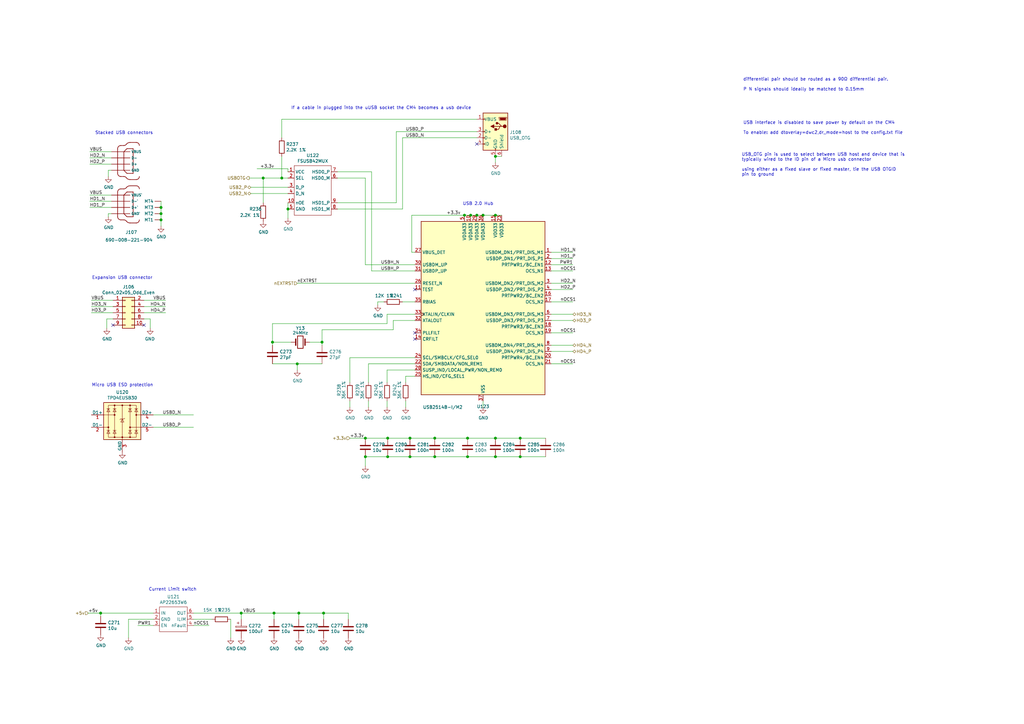
<source format=kicad_sch>
(kicad_sch (version 20210126) (generator eeschema)
  (paper "A3")
  (lib_symbols
    (symbol "CM4IO:AP2553W6"
      (property "Reference" "U" (at 3.81 -6.35 0))
      (property "Value" "AP2553W6" (at -3.81 -6.35 0))
      (symbol "AP2553W6_0_0"
        (pin power_in line (at -8.89 2.54 0) (length 2.54) (name "IN") (number "1"))
        (pin power_out line (at -8.89 0 0) (length 2.54) (name "GND") (number "2"))
        (pin input line (at -8.89 -2.54 0) (length 2.54) (name "EN") (number "3"))
        (pin open_collector line (at 7.62 -2.54 180) (length 2.54) (name "nFault") (number "4"))
        (pin passive line (at 7.62 0 180) (length 2.54) (name "ILIM") (number "5"))
        (pin power_out line (at 7.62 2.54 180) (length 2.54) (name "OUT") (number "6"))
      )
    )
    (symbol "CM4IO:FSUSB42MX"
      (property "Reference" "U" (at -7.62 20.32 0))
      (property "Value" "FSUSB42MX" (at -2.54 -2.54 0))
      (symbol "FSUSB42MX_0_0"
        (pin power_in line (at 8.89 16.51 180) (length 2.54) (name "VCC") (number "1"))
        (pin input line (at 8.89 3.81 180) (length 2.54) (name "nOE") (number "10"))
        (pin input line (at 8.89 13.97 180) (length 2.54) (name "SEL") (number "2"))
        (pin bidirectional line (at 8.89 10.16 180) (length 2.54) (name "D_P") (number "3"))
        (pin bidirectional line (at 8.89 7.62 180) (length 2.54) (name "D_N") (number "4"))
        (pin power_in line (at 8.89 1.27 180) (length 2.54) (name "GND") (number "5"))
        (pin bidirectional line (at -11.43 13.97 0) (length 2.54) (name "HSD0_M") (number "6"))
        (pin bidirectional line (at -11.43 16.51 0) (length 2.54) (name "HSD0_P") (number "7"))
        (pin bidirectional line (at -11.43 1.27 0) (length 2.54) (name "HSD1_M") (number "8"))
        (pin bidirectional line (at -11.43 3.81 0) (length 2.54) (name "HSD1_P") (number "9"))
      )
    )
    (symbol "CM4IO:TPD4EUSB30" (pin_names (offset 0))
      (property "Reference" "U" (at -0.635 8.89 0))
      (property "Value" "TPD4EUSB30" (at 8.89 -10.16 0))
      (symbol "TPD4EUSB30_1_1"
        (pin passive line (at -12.7 2.54 0) (length 5.08) (name "D1+") (number "1"))
        (pin passive line (at -12.7 2.54 0) (length 5.08) hide (name "~") (number "10"))
        (pin passive line (at -12.7 -2.54 0) (length 5.08) (name "D1-") (number "2"))
        (pin power_in line (at 0 -12.7 90) (length 5.08) (name "GND") (number "3"))
        (pin passive line (at 12.7 2.54 180) (length 5.08) (name "D2+") (number "4"))
        (pin passive line (at 12.7 -2.54 180) (length 5.08) (name "D2-") (number "5"))
        (pin passive line (at 12.7 -2.54 180) (length 5.08) hide (name "~") (number "6"))
        (pin passive line (at 12.7 2.54 180) (length 5.08) hide (name "~") (number "7"))
        (pin passive line (at 0 -12.7 90) (length 5.08) hide (name "GND") (number "8"))
        (pin passive line (at -12.7 -2.54 0) (length 5.08) hide (name "~") (number "9"))
      )
    )
    (symbol "CM4IO:USB_67298-4090" (pin_numbers hide)
      (property "Reference" "J" (at -5.08 21.6408 0))
      (property "Value" "USB_67298-4090" (at -5.08 -17.8054 0))
      (symbol "USB_67298-4090_0_0"
        (pin power_in line (at -7.62 -2.54 0) (length 7.62) (name "VBUS`") (number "1"))
        (pin passive line (at -7.62 -5.08 0) (length 7.62) (name "D-`") (number "2"))
        (pin passive line (at -7.62 -7.62 0) (length 7.62) (name "D+`") (number "3"))
        (pin power_in line (at -7.62 -10.16 0) (length 7.62) (name "GND`") (number "4"))
        (pin power_in line (at -7.62 15.24 0) (length 7.62) (name "VBUS") (number "5"))
        (pin passive line (at -7.62 12.7 0) (length 7.62) (name "D-") (number "6"))
        (pin passive line (at -7.62 10.16 0) (length 7.62) (name "D+") (number "7"))
        (pin power_in line (at -7.62 7.62 0) (length 7.62) (name "GND") (number "8"))
        (pin passive line (at 12.7 -12.7 180) (length 2.54) (name "MT1") (number "MT1"))
        (pin passive line (at 12.7 -10.16 180) (length 2.54) (name "MT2") (number "MT2"))
        (pin passive line (at 12.7 -7.62 180) (length 2.54) (name "MT3") (number "MT3"))
        (pin passive line (at 12.7 -5.08 180) (length 2.54) (name "MT4") (number "MT4"))
      )
    )
    (symbol "Connector:USB_OTG"
      (property "Reference" "J" (at -5.08 11.43 0))
      (property "Value" "USB_OTG" (at -5.08 8.89 0))
      (symbol "USB_OTG_1_1"
        (pin power_in line (at 7.62 5.08 180) (length 2.54) (name "VBUS") (number "1"))
        (pin passive line (at 7.62 -2.54 180) (length 2.54) (name "D-") (number "2"))
        (pin passive line (at 7.62 0 180) (length 2.54) (name "D+") (number "3"))
        (pin passive line (at 7.62 -5.08 180) (length 2.54) (name "ID") (number "4"))
        (pin power_in line (at 0 -10.16 90) (length 2.54) (name "GND") (number "5"))
        (pin passive line (at -2.54 -10.16 90) (length 2.54) (name "Shield") (number "6"))
      )
    )
    (symbol "Connector_Generic:Conn_02x05_Odd_Even" (pin_names hide)
      (property "Reference" "J" (at 1.27 7.62 0))
      (property "Value" "Conn_02x05_Odd_Even" (at 1.27 -7.62 0))
      (symbol "Conn_02x05_Odd_Even_1_1"
        (pin passive line (at -5.08 5.08 0) (length 3.81) (name "Pin_1") (number "1"))
        (pin passive line (at 7.62 -5.08 180) (length 3.81) (name "Pin_10") (number "10"))
        (pin passive line (at 7.62 5.08 180) (length 3.81) (name "Pin_2") (number "2"))
        (pin passive line (at -5.08 2.54 0) (length 3.81) (name "Pin_3") (number "3"))
        (pin passive line (at 7.62 2.54 180) (length 3.81) (name "Pin_4") (number "4"))
        (pin passive line (at -5.08 0 0) (length 3.81) (name "Pin_5") (number "5"))
        (pin passive line (at 7.62 0 180) (length 3.81) (name "Pin_6") (number "6"))
        (pin passive line (at -5.08 -2.54 0) (length 3.81) (name "Pin_7") (number "7"))
        (pin passive line (at 7.62 -2.54 180) (length 3.81) (name "Pin_8") (number "8"))
        (pin passive line (at -5.08 -5.08 0) (length 3.81) (name "Pin_9") (number "9"))
      )
    )
    (symbol "Device:C" (pin_numbers hide) (pin_names (offset 0.254))
      (property "Reference" "C" (at 0.635 2.54 0))
      (property "Value" "C" (at 0.635 -2.54 0))
      (symbol "C_1_1"
        (pin passive line (at 0 3.81 270) (length 2.794) (name "~") (number "1"))
        (pin passive line (at 0 -3.81 90) (length 2.794) (name "~") (number "2"))
      )
    )
    (symbol "Device:CP" (pin_numbers hide) (pin_names (offset 0.254))
      (property "Reference" "C" (at 0.635 2.54 0))
      (property "Value" "CP" (at 0.635 -2.54 0))
      (symbol "CP_1_1"
        (pin passive line (at 0 3.81 270) (length 2.794) (name "~") (number "1"))
        (pin passive line (at 0 -3.81 90) (length 2.794) (name "~") (number "2"))
      )
    )
    (symbol "Device:Crystal" (pin_numbers hide) (pin_names hide)
      (property "Reference" "Y" (at 0 3.81 0))
      (property "Value" "Crystal" (at 0 -3.81 0))
      (symbol "Crystal_1_1"
        (pin passive line (at -3.81 0 0) (length 1.27) (name "1") (number "1"))
        (pin passive line (at 3.81 0 180) (length 1.27) (name "2") (number "2"))
      )
    )
    (symbol "Device:R" (pin_numbers hide) (pin_names (offset 0))
      (property "Reference" "R" (at 2.032 0 90))
      (property "Value" "R" (at 0 0 90))
      (symbol "R_1_1"
        (pin passive line (at 0 3.81 270) (length 1.27) (name "~") (number "1"))
        (pin passive line (at 0 -3.81 90) (length 1.27) (name "~") (number "2"))
      )
    )
    (symbol "Interface_USB:USB2514B_Bi"
      (property "Reference" "U" (at -17.78 40.64 0))
      (property "Value" "USB2514B_Bi" (at -20.32 38.1 0))
      (symbol "USB2514B_Bi_1_1"
        (pin bidirectional line (at 27.94 22.86 180) (length 2.54) (name "USBDM_DN1/PRT_DIS_M1") (number "1"))
        (pin power_in line (at -5.08 38.1 270) (length 2.54) (name "VDDA33") (number "10"))
        (pin input line (at -27.94 7.62 0) (length 2.54) (name "TEST") (number "11"))
        (pin bidirectional line (at 27.94 17.78 180) (length 2.54) (name "PRTPWR1/BC_EN1") (number "12"))
        (pin input line (at 27.94 15.24 180) (length 2.54) (name "OCS_N1") (number "13"))
        (pin input line (at -27.94 -12.7 0) (length 2.54) (name "CRFILT") (number "14"))
        (pin power_in line (at 5.08 38.1 270) (length 2.54) (name "VDD33") (number "15"))
        (pin bidirectional line (at 27.94 5.08 180) (length 2.54) (name "PRTPWR2/BC_EN2") (number "16"))
        (pin input line (at 27.94 2.54 180) (length 2.54) (name "OCS_N2") (number "17"))
        (pin bidirectional line (at 27.94 -7.62 180) (length 2.54) (name "PRTPWR3/BC_EN3") (number "18"))
        (pin input line (at 27.94 -10.16 180) (length 2.54) (name "OCS_N3") (number "19"))
        (pin bidirectional line (at 27.94 20.32 180) (length 2.54) (name "USBDP_DN1/PRT_DIS_P1") (number "2"))
        (pin bidirectional line (at 27.94 -20.32 180) (length 2.54) (name "PRTPWR4/BC_EN4") (number "20"))
        (pin input line (at 27.94 -22.86 180) (length 2.54) (name "OCS_N4") (number "21"))
        (pin bidirectional line (at -27.94 -22.86 0) (length 2.54) (name "SDA/SMBDATA/NON_REM1") (number "22"))
        (pin power_in line (at 7.62 38.1 270) (length 2.54) (name "VDD33") (number "23"))
        (pin bidirectional line (at -27.94 -20.32 0) (length 2.54) (name "SCL/SMBCLK/CFG_SEL0") (number "24"))
        (pin bidirectional line (at -27.94 -27.94 0) (length 2.54) (name "HS_IND/CFG_SEL1") (number "25"))
        (pin input line (at -27.94 10.16 0) (length 2.54) (name "RESET_N") (number "26"))
        (pin input line (at -27.94 22.86 0) (length 2.54) (name "VBUS_DET") (number "27"))
        (pin bidirectional line (at -27.94 -25.4 0) (length 2.54) (name "SUSP_IND/LOCAL_PWR/NON_REM0") (number "28"))
        (pin power_in line (at -2.54 38.1 270) (length 2.54) (name "VDDA33") (number "29"))
        (pin bidirectional line (at 27.94 10.16 180) (length 2.54) (name "USBDM_DN2/PRT_DIS_M2") (number "3"))
        (pin bidirectional line (at -27.94 17.78 0) (length 2.54) (name "USBDM_UP") (number "30"))
        (pin bidirectional line (at -27.94 15.24 0) (length 2.54) (name "USBDP_UP") (number "31"))
        (pin output line (at -27.94 -5.08 0) (length 2.54) (name "XTALOUT") (number "32"))
        (pin input clock (at -27.94 -2.54 0) (length 2.54) (name "XTALIN/CLKIN") (number "33"))
        (pin input line (at -27.94 -10.16 0) (length 2.54) (name "PLLFILT") (number "34"))
        (pin input line (at -27.94 2.54 0) (length 2.54) (name "RBIAS") (number "35"))
        (pin power_in line (at 0 38.1 270) (length 2.54) (name "VDDA33") (number "36"))
        (pin power_in line (at 0 -38.1 90) (length 2.54) (name "VSS") (number "37"))
        (pin bidirectional line (at 27.94 7.62 180) (length 2.54) (name "USBDP_DN2/PRT_DIS_P2") (number "4"))
        (pin power_in line (at -7.62 38.1 270) (length 2.54) (name "VDDA33") (number "5"))
        (pin bidirectional line (at 27.94 -2.54 180) (length 2.54) (name "USBDM_DN3/PRT_DIS_M3") (number "6"))
        (pin bidirectional line (at 27.94 -5.08 180) (length 2.54) (name "USBDP_DN3/PRT_DIS_P3") (number "7"))
        (pin bidirectional line (at 27.94 -15.24 180) (length 2.54) (name "USBDM_DN4/PRT_DIS_M4") (number "8"))
        (pin bidirectional line (at 27.94 -17.78 180) (length 2.54) (name "USBDP_DN4/PRT_DIS_P4") (number "9"))
      )
    )
    (symbol "power:GND" (power) (pin_names (offset 0))
      (property "Value" "GND" (at 0 -3.81 0))
      (symbol "GND_1_1"
        (pin power_in line (at 0 0 270) (length 0) hide (name "GND") (number "1"))
      )
    )
  )
  (junction (at 41.275 251.46) (diameter 1.016))
  (junction (at 66.04 85.09) (diameter 1.016))
  (junction (at 66.04 87.63) (diameter 1.016))
  (junction (at 66.04 90.17) (diameter 1.016))
  (junction (at 98.933 251.46) (diameter 1.016))
  (junction (at 107.95 73.025) (diameter 1.016))
  (junction (at 111.76 140.335) (diameter 1.016))
  (junction (at 112.395 251.46) (diameter 1.016))
  (junction (at 115.57 73.025) (diameter 1.016))
  (junction (at 118.11 85.725) (diameter 1.016))
  (junction (at 121.92 149.225) (diameter 1.016))
  (junction (at 122.555 251.46) (diameter 1.016))
  (junction (at 132.08 140.335) (diameter 1.016))
  (junction (at 132.715 251.46) (diameter 1.016))
  (junction (at 149.86 179.705) (diameter 1.016))
  (junction (at 149.86 187.325) (diameter 1.016))
  (junction (at 159.004 179.705) (diameter 1.016))
  (junction (at 159.004 187.325) (diameter 1.016))
  (junction (at 168.148 179.705) (diameter 1.016))
  (junction (at 168.148 187.325) (diameter 1.016))
  (junction (at 178.308 179.705) (diameter 1.016))
  (junction (at 178.308 187.325) (diameter 1.016))
  (junction (at 190.5 88.265) (diameter 1.016))
  (junction (at 191.77 179.705) (diameter 1.016))
  (junction (at 191.77 187.325) (diameter 1.016))
  (junction (at 193.04 88.265) (diameter 1.016))
  (junction (at 195.58 88.265) (diameter 1.016))
  (junction (at 198.12 88.265) (diameter 1.016))
  (junction (at 203.2 64.135) (diameter 1.016))
  (junction (at 203.2 88.265) (diameter 1.016))
  (junction (at 203.2 179.705) (diameter 1.016))
  (junction (at 203.2 187.325) (diameter 1.016))
  (junction (at 213.36 179.705) (diameter 1.016))
  (junction (at 213.36 187.325) (diameter 1.016))
  (no_connect (at 46.355 133.35))
  (no_connect (at 59.055 133.35))
  (no_connect (at 170.18 118.745))
  (no_connect (at 170.18 136.525))
  (no_connect (at 170.18 139.065))
  (no_connect (at 195.58 59.055))
  (wire (pts (xy 36.195 251.46) (xy 41.275 251.46)))
  (wire (pts (xy 36.83 62.23) (xy 45.72 62.23)))
  (wire (pts (xy 36.83 64.77) (xy 45.72 64.77)))
  (wire (pts (xy 36.83 67.31) (xy 45.72 67.31)))
  (wire (pts (xy 36.83 80.01) (xy 45.72 80.01)))
  (wire (pts (xy 36.83 82.55) (xy 45.72 82.55)))
  (wire (pts (xy 36.83 85.09) (xy 45.72 85.09)))
  (wire (pts (xy 37.465 123.19) (xy 46.355 123.19)))
  (wire (pts (xy 37.465 125.73) (xy 46.355 125.73)))
  (wire (pts (xy 37.465 128.27) (xy 46.355 128.27)))
  (wire (pts (xy 41.275 251.46) (xy 62.865 251.46)))
  (wire (pts (xy 41.275 252.73) (xy 41.275 251.46)))
  (wire (pts (xy 43.815 130.81) (xy 43.815 134.62)))
  (wire (pts (xy 43.815 130.81) (xy 46.355 130.81)))
  (wire (pts (xy 44.45 69.85) (xy 44.45 72.39)))
  (wire (pts (xy 44.45 87.63) (xy 44.45 88.9)))
  (wire (pts (xy 45.72 69.85) (xy 44.45 69.85)))
  (wire (pts (xy 45.72 87.63) (xy 44.45 87.63)))
  (wire (pts (xy 52.705 254) (xy 52.705 261.62)))
  (wire (pts (xy 56.515 256.54) (xy 62.865 256.54)))
  (wire (pts (xy 59.055 130.81) (xy 61.595 130.81)))
  (wire (pts (xy 61.595 130.81) (xy 61.595 134.62)))
  (wire (pts (xy 62.865 170.18) (xy 79.375 170.18)))
  (wire (pts (xy 62.865 175.26) (xy 79.375 175.26)))
  (wire (pts (xy 62.865 254) (xy 52.705 254)))
  (wire (pts (xy 66.04 82.55) (xy 66.04 85.09)))
  (wire (pts (xy 66.04 85.09) (xy 66.04 87.63)))
  (wire (pts (xy 66.04 87.63) (xy 66.04 90.17)))
  (wire (pts (xy 66.04 90.17) (xy 66.04 92.71)))
  (wire (pts (xy 67.945 123.19) (xy 59.055 123.19)))
  (wire (pts (xy 67.945 125.73) (xy 59.055 125.73)))
  (wire (pts (xy 67.945 128.27) (xy 59.055 128.27)))
  (wire (pts (xy 79.375 251.46) (xy 98.933 251.46)))
  (wire (pts (xy 79.375 254) (xy 86.995 254)))
  (wire (pts (xy 79.375 256.54) (xy 85.725 256.54)))
  (wire (pts (xy 94.615 254) (xy 94.615 261.62)))
  (wire (pts (xy 98.933 251.46) (xy 98.933 254)))
  (wire (pts (xy 98.933 251.46) (xy 112.395 251.46)))
  (wire (pts (xy 102.235 73.025) (xy 107.95 73.025)))
  (wire (pts (xy 102.87 76.835) (xy 118.11 76.835)))
  (wire (pts (xy 102.87 79.375) (xy 118.11 79.375)))
  (wire (pts (xy 105.41 69.215) (xy 118.11 69.215)))
  (wire (pts (xy 107.95 73.025) (xy 107.95 83.185)))
  (wire (pts (xy 111.76 132.715) (xy 111.76 140.335)))
  (wire (pts (xy 111.76 140.335) (xy 119.38 140.335)))
  (wire (pts (xy 111.76 141.605) (xy 111.76 140.335)))
  (wire (pts (xy 111.76 149.225) (xy 121.92 149.225)))
  (wire (pts (xy 112.395 251.46) (xy 122.555 251.46)))
  (wire (pts (xy 112.395 254) (xy 112.395 251.46)))
  (wire (pts (xy 115.57 48.895) (xy 195.58 48.895)))
  (wire (pts (xy 115.57 56.515) (xy 115.57 48.895)))
  (wire (pts (xy 115.57 64.135) (xy 115.57 73.025)))
  (wire (pts (xy 115.57 73.025) (xy 107.95 73.025)))
  (wire (pts (xy 118.11 70.485) (xy 118.11 69.215)))
  (wire (pts (xy 118.11 73.025) (xy 115.57 73.025)))
  (wire (pts (xy 118.11 83.185) (xy 118.11 85.725)))
  (wire (pts (xy 118.11 85.725) (xy 118.11 89.535)))
  (wire (pts (xy 121.92 116.205) (xy 170.18 116.205)))
  (wire (pts (xy 121.92 149.225) (xy 121.92 151.765)))
  (wire (pts (xy 121.92 149.225) (xy 132.08 149.225)))
  (wire (pts (xy 122.555 251.46) (xy 122.555 254)))
  (wire (pts (xy 122.555 251.46) (xy 132.715 251.46)))
  (wire (pts (xy 127 140.335) (xy 132.08 140.335)))
  (wire (pts (xy 132.08 135.255) (xy 132.08 140.335)))
  (wire (pts (xy 132.08 140.335) (xy 132.08 141.605)))
  (wire (pts (xy 132.715 251.46) (xy 132.715 254)))
  (wire (pts (xy 132.715 251.46) (xy 142.875 251.46)))
  (wire (pts (xy 138.43 70.485) (xy 152.4 70.485)))
  (wire (pts (xy 138.43 73.025) (xy 149.86 73.025)))
  (wire (pts (xy 138.43 83.185) (xy 162.56 83.185)))
  (wire (pts (xy 138.43 85.725) (xy 165.1 85.725)))
  (wire (pts (xy 142.875 254) (xy 142.875 251.46)))
  (wire (pts (xy 143.51 146.685) (xy 170.18 146.685)))
  (wire (pts (xy 143.51 156.845) (xy 143.51 146.685)))
  (wire (pts (xy 143.51 164.465) (xy 143.51 167.005)))
  (wire (pts (xy 143.51 179.705) (xy 149.86 179.705)))
  (wire (pts (xy 149.86 73.025) (xy 149.86 108.585)))
  (wire (pts (xy 149.86 179.705) (xy 159.004 179.705)))
  (wire (pts (xy 149.86 187.325) (xy 159.004 187.325)))
  (wire (pts (xy 149.86 191.135) (xy 149.86 187.325)))
  (wire (pts (xy 151.13 149.225) (xy 170.18 149.225)))
  (wire (pts (xy 151.13 156.845) (xy 151.13 149.225)))
  (wire (pts (xy 151.13 164.465) (xy 151.13 167.005)))
  (wire (pts (xy 152.4 70.485) (xy 152.4 111.125)))
  (wire (pts (xy 152.4 111.125) (xy 170.18 111.125)))
  (wire (pts (xy 154.94 123.825) (xy 154.94 125.095)))
  (wire (pts (xy 157.48 123.825) (xy 154.94 123.825)))
  (wire (pts (xy 158.75 128.905) (xy 158.75 132.715)))
  (wire (pts (xy 158.75 128.905) (xy 170.18 128.905)))
  (wire (pts (xy 158.75 132.715) (xy 111.76 132.715)))
  (wire (pts (xy 158.75 151.765) (xy 170.18 151.765)))
  (wire (pts (xy 158.75 156.845) (xy 158.75 151.765)))
  (wire (pts (xy 158.75 164.465) (xy 158.75 167.005)))
  (wire (pts (xy 159.004 179.705) (xy 168.148 179.705)))
  (wire (pts (xy 159.004 187.325) (xy 168.148 187.325)))
  (wire (pts (xy 161.29 131.445) (xy 161.29 135.255)))
  (wire (pts (xy 161.29 135.255) (xy 132.08 135.255)))
  (wire (pts (xy 162.56 53.975) (xy 195.58 53.975)))
  (wire (pts (xy 162.56 83.185) (xy 162.56 53.975)))
  (wire (pts (xy 165.1 56.515) (xy 195.58 56.515)))
  (wire (pts (xy 165.1 85.725) (xy 165.1 56.515)))
  (wire (pts (xy 165.1 123.825) (xy 170.18 123.825)))
  (wire (pts (xy 166.37 154.305) (xy 170.18 154.305)))
  (wire (pts (xy 166.37 156.845) (xy 166.37 154.305)))
  (wire (pts (xy 166.37 164.465) (xy 166.37 167.005)))
  (wire (pts (xy 168.148 179.705) (xy 178.308 179.705)))
  (wire (pts (xy 168.148 187.325) (xy 178.308 187.325)))
  (wire (pts (xy 168.91 88.265) (xy 190.5 88.265)))
  (wire (pts (xy 168.91 103.505) (xy 168.91 88.265)))
  (wire (pts (xy 170.18 103.505) (xy 168.91 103.505)))
  (wire (pts (xy 170.18 108.585) (xy 149.86 108.585)))
  (wire (pts (xy 170.18 131.445) (xy 161.29 131.445)))
  (wire (pts (xy 178.308 179.705) (xy 191.77 179.705)))
  (wire (pts (xy 178.308 187.325) (xy 191.77 187.325)))
  (wire (pts (xy 190.5 88.265) (xy 193.04 88.265)))
  (wire (pts (xy 191.77 179.705) (xy 203.2 179.705)))
  (wire (pts (xy 191.77 187.325) (xy 203.2 187.325)))
  (wire (pts (xy 193.04 88.265) (xy 195.58 88.265)))
  (wire (pts (xy 195.58 88.265) (xy 198.12 88.265)))
  (wire (pts (xy 198.12 88.265) (xy 203.2 88.265)))
  (wire (pts (xy 198.12 164.465) (xy 198.12 167.005)))
  (wire (pts (xy 203.2 64.135) (xy 205.74 64.135)))
  (wire (pts (xy 203.2 66.675) (xy 203.2 64.135)))
  (wire (pts (xy 203.2 88.265) (xy 205.74 88.265)))
  (wire (pts (xy 203.2 179.705) (xy 213.36 179.705)))
  (wire (pts (xy 203.2 187.325) (xy 213.36 187.325)))
  (wire (pts (xy 213.36 179.705) (xy 223.774 179.705)))
  (wire (pts (xy 213.36 187.325) (xy 223.774 187.325)))
  (wire (pts (xy 226.06 103.505) (xy 234.95 103.505)))
  (wire (pts (xy 226.06 106.045) (xy 234.95 106.045)))
  (wire (pts (xy 226.06 108.585) (xy 234.95 108.585)))
  (wire (pts (xy 226.06 111.125) (xy 234.95 111.125)))
  (wire (pts (xy 226.06 116.205) (xy 234.95 116.205)))
  (wire (pts (xy 226.06 118.745) (xy 234.95 118.745)))
  (wire (pts (xy 226.06 123.825) (xy 234.95 123.825)))
  (wire (pts (xy 226.06 128.905) (xy 234.95 128.905)))
  (wire (pts (xy 226.06 131.445) (xy 234.95 131.445)))
  (wire (pts (xy 226.06 136.525) (xy 234.95 136.525)))
  (wire (pts (xy 226.06 141.605) (xy 234.95 141.605)))
  (wire (pts (xy 226.06 144.145) (xy 234.95 144.145)))
  (wire (pts (xy 226.06 149.225) (xy 234.95 149.225)))
  (text "Expansion USB connector" (at 62.5856 114.7318 180) (effects (font (size 1.27 1.27)) (justify right bottom)))
  (text "Stacked USB connectors" (at 62.7888 55.3212 180) (effects (font (size 1.27 1.27)) (justify right bottom)))
  (text "Micro USB ESD protection" (at 62.865 158.75 180) (effects (font (size 1.27 1.27)) (justify right bottom)))
  (text "Current Limit switch" (at 80.645 242.57 180) (effects (font (size 1.27 1.27)) (justify right bottom)))
  (text "If a cable in plugged into the uUSB socket the CM4 becomes a usb device" (at 119.38 45.085 0) (effects (font (size 1.27 1.27)) (justify left bottom)))
  (text "USB 2.0 Hub" (at 202.3618 84.4042 180) (effects (font (size 1.27 1.27)) (justify right bottom)))
  (text "USB_OTG pin is used to select between USB host and device that is\ntypically wired to the ID pin of a Micro usb connector\n\nusing either as a fixed slave or fixed master, tie the USB OTGID\npin to ground\n" (at 304.165 72.39 0) (effects (font (size 1.27 1.27)) (justify left bottom)))
  (text "differential pair should be routed as a 90Ω differential pair.\n\nP N signals should ideally be matched to 0.15mm\n" (at 304.8 37.465 0) (effects (font (size 1.27 1.27)) (justify left bottom)))
  (text "USB interface is disabled to save power by default on the CM4\n\nTo enable: add dtoverlay=dwc2,dr_mode=host to the config.txt file\n" (at 304.8 55.245 0) (effects (font (size 1.27 1.27)) (justify left bottom)))
  (label "+5v" (at 36.195 251.46 0))
  (label "VBUS" (at 36.83 62.23 0))
  (label "HD2_N" (at 36.83 64.77 0))
  (label "HD2_P" (at 36.83 67.31 0))
  (label "VBUS" (at 36.83 80.01 0))
  (label "HD1_N" (at 36.83 82.55 0))
  (label "HD1_P" (at 36.83 85.09 0))
  (label "VBUS" (at 37.465 123.19 0))
  (label "HD3_N" (at 37.465 125.73 0))
  (label "HD3_P" (at 37.465 128.27 0))
  (label "PWR1" (at 56.515 256.54 0))
  (label "USBD_N" (at 66.675 170.18 0))
  (label "USBD_P" (at 66.675 175.26 0))
  (label "VBUS" (at 67.945 123.19 180))
  (label "HD4_N" (at 67.945 125.73 180))
  (label "HD4_P" (at 67.945 128.27 180))
  (label "nOCS1" (at 79.375 256.54 0))
  (label "VBUS" (at 99.695 251.46 0))
  (label "+3.3v" (at 106.68 69.215 0))
  (label "nEXTRST" (at 121.92 116.205 0))
  (label "+3.3v" (at 143.51 179.705 0))
  (label "USBH_N" (at 156.21 108.585 0))
  (label "USBH_P" (at 156.21 111.125 0))
  (label "USBD_P" (at 166.37 53.975 0))
  (label "USBD_N" (at 166.37 56.515 0))
  (label "+3.3v" (at 183.134 88.265 0))
  (label "HD1_N" (at 229.87 103.505 0))
  (label "HD1_P" (at 229.87 106.045 0))
  (label "nOCS1" (at 229.87 111.125 0))
  (label "HD2_N" (at 229.87 116.205 0))
  (label "HD2_P" (at 229.87 118.745 0))
  (label "nOCS1" (at 229.87 123.825 0))
  (label "nOCS1" (at 229.87 136.525 0))
  (label "nOCS1" (at 229.87 149.225 0))
  (label "PWR1" (at 234.95 108.585 180))
  (hierarchical_label "+5v" (shape input) (at 36.195 251.46 180))
  (hierarchical_label "USBOTG" (shape output) (at 102.235 73.025 180))
  (hierarchical_label "USB2_P" (shape bidirectional) (at 102.87 76.835 180))
  (hierarchical_label "USB2_N" (shape bidirectional) (at 102.87 79.375 180))
  (hierarchical_label "nEXTRST" (shape input) (at 121.92 116.205 180))
  (hierarchical_label "+3.3v" (shape input) (at 143.51 179.705 180))
  (hierarchical_label "HD3_N" (shape bidirectional) (at 234.95 128.905 0))
  (hierarchical_label "HD3_P" (shape bidirectional) (at 234.95 131.445 0))
  (hierarchical_label "HD4_N" (shape bidirectional) (at 234.95 141.605 0))
  (hierarchical_label "HD4_P" (shape bidirectional) (at 234.95 144.145 0))
  (symbol (lib_id "power:GND") (at 41.275 260.35 0)
    (property "Reference" "#PWR0513" (effects hide))
    (property "Value" "GND" (at 41.402 264.7442 0))
  )
  (symbol (lib_id "power:GND") (at 43.815 134.62 0)
    (property "Reference" "#PWR0514" (effects hide))
    (property "Value" "GND" (at 43.942 139.0142 0))
  )
  (symbol (lib_id "power:GND") (at 44.45 72.39 0)
    (property "Reference" "#PWR0515" (effects hide))
    (property "Value" "GND" (at 44.577 76.7842 0))
  )
  (symbol (lib_id "power:GND") (at 44.45 88.9 0)
    (property "Reference" "#PWR0516" (effects hide))
    (property "Value" "GND" (at 44.577 93.2942 0))
  )
  (symbol (lib_id "power:GND") (at 50.165 185.42 0)
    (property "Reference" "#PWR0517" (effects hide))
    (property "Value" "GND" (at 50.292 189.8142 0))
  )
  (symbol (lib_id "power:GND") (at 52.705 261.62 0)
    (property "Reference" "#PWR0518" (effects hide))
    (property "Value" "GND" (at 52.832 266.0142 0))
  )
  (symbol (lib_id "power:GND") (at 61.595 134.62 0) (mirror y)
    (property "Reference" "#PWR0519" (effects hide))
    (property "Value" "GND" (at 61.468 139.0142 0))
  )
  (symbol (lib_id "power:GND") (at 66.04 92.71 0)
    (property "Reference" "#PWR0520" (effects hide))
    (property "Value" "GND" (at 66.167 97.1042 0))
  )
  (symbol (lib_id "power:GND") (at 94.615 261.62 0)
    (property "Reference" "#PWR0521" (effects hide))
    (property "Value" "GND" (at 94.742 266.0142 0))
  )
  (symbol (lib_id "power:GND") (at 98.933 261.62 0)
    (property "Reference" "#PWR0522" (effects hide))
    (property "Value" "GND" (at 99.06 266.0142 0))
  )
  (symbol (lib_id "power:GND") (at 107.95 90.805 0)
    (property "Reference" "#PWR0523" (effects hide))
    (property "Value" "GND" (at 108.077 95.1992 0))
  )
  (symbol (lib_id "power:GND") (at 112.395 261.62 0)
    (property "Reference" "#PWR0524" (effects hide))
    (property "Value" "GND" (at 112.522 266.0142 0))
  )
  (symbol (lib_id "power:GND") (at 118.11 89.535 0)
    (property "Reference" "#PWR0525" (effects hide))
    (property "Value" "GND" (at 118.237 93.9292 0))
  )
  (symbol (lib_id "power:GND") (at 121.92 151.765 0)
    (property "Reference" "#PWR0526" (effects hide))
    (property "Value" "GND" (at 122.047 156.1592 0))
  )
  (symbol (lib_id "power:GND") (at 122.555 261.62 0)
    (property "Reference" "#PWR0527" (effects hide))
    (property "Value" "GND" (at 122.682 266.0142 0))
  )
  (symbol (lib_id "power:GND") (at 132.715 261.62 0)
    (property "Reference" "#PWR0528" (effects hide))
    (property "Value" "GND" (at 132.842 266.0142 0))
  )
  (symbol (lib_id "power:GND") (at 142.875 261.62 0)
    (property "Reference" "#PWR0529" (effects hide))
    (property "Value" "GND" (at 143.002 266.0142 0))
  )
  (symbol (lib_id "power:GND") (at 143.51 167.005 0)
    (property "Reference" "#PWR0530" (effects hide))
    (property "Value" "GND" (at 143.637 171.3992 0))
  )
  (symbol (lib_id "power:GND") (at 149.86 191.135 0)
    (property "Reference" "#PWR0531" (effects hide))
    (property "Value" "GND" (at 149.987 195.5292 0))
  )
  (symbol (lib_id "power:GND") (at 151.13 167.005 0)
    (property "Reference" "#PWR0532" (effects hide))
    (property "Value" "GND" (at 151.257 171.3992 0))
  )
  (symbol (lib_id "power:GND") (at 154.94 125.095 0)
    (property "Reference" "#PWR0533" (effects hide))
    (property "Value" "GND" (at 155.067 129.4892 0))
  )
  (symbol (lib_id "power:GND") (at 158.75 167.005 0)
    (property "Reference" "#PWR0534" (effects hide))
    (property "Value" "GND" (at 158.877 171.3992 0))
  )
  (symbol (lib_id "power:GND") (at 166.37 167.005 0)
    (property "Reference" "#PWR0535" (effects hide))
    (property "Value" "GND" (at 166.497 171.3992 0))
  )
  (symbol (lib_id "power:GND") (at 198.12 167.005 0)
    (property "Reference" "#PWR0536" (effects hide))
    (property "Value" "GND" (at 198.247 171.3992 0))
  )
  (symbol (lib_id "power:GND") (at 203.2 66.675 0)
    (property "Reference" "#PWR0537" (effects hide))
    (property "Value" "GND" (at 203.327 71.0692 0))
  )
  (symbol (lib_id "Device:R") (at 90.805 254 90)
    (property "Reference" "R235" (at 94.615 250.19 90) (effects (justify left)))
    (property "Value" "15K 1%" (at 90.805 250.19 90) (effects (justify left)))
    (property "Footprint" "Resistor_SMD:R_0402_1005Metric" (effects hide))
    (property "Datasheet" "https://fscdn.rohm.com/en/products/databook/datasheet/passive/resistor/chip_resistor/mcr-e.pdf" (effects hide))
    (property "Field4" "Farnell" (effects hide))
    (property "Field5" "9239375" (effects hide))
    (property "Field6" "MCR01MZPF1502" (effects hide))
    (property "Field7" "Rohm" (effects hide))
    (property "Part Description" "Resistor 15K M1005 1% 63mW" (effects hide))
    (property "Field8" "120891581" (effects hide))
  )
  (symbol (lib_id "Device:R") (at 107.95 86.995 0)
    (property "Reference" "R236" (at 102.235 85.725 0) (effects (justify left)))
    (property "Value" "2.2K 1%" (at 98.425 88.265 0) (effects (justify left)))
    (property "Footprint" "Resistor_SMD:R_0402_1005Metric" (effects hide))
    (property "Datasheet" "https://fscdn.rohm.com/en/products/databook/datasheet/passive/resistor/chip_resistor/mcr-e.pdf" (effects hide))
    (property "Field4" "Farnell" (effects hide))
    (property "Field5" "9239278" (effects hide))
    (property "Field7" "KOA EUROPE GMBH" (effects hide))
    (property "Field6" "RK73G1ETQTP2201D         " (effects hide))
    (property "Part Description" "Resistor 2.2K M1005 1% 63mW" (effects hide))
    (property "Field8" "120889581" (effects hide))
  )
  (symbol (lib_id "Device:R") (at 115.57 60.325 0)
    (property "Reference" "R237" (at 117.348 59.1566 0) (effects (justify left)))
    (property "Value" "2.2K 1%" (at 117.348 61.468 0) (effects (justify left)))
    (property "Footprint" "Resistor_SMD:R_0402_1005Metric" (effects hide))
    (property "Datasheet" "https://fscdn.rohm.com/en/products/databook/datasheet/passive/resistor/chip_resistor/mcr-e.pdf" (effects hide))
    (property "Field4" "Farnell" (effects hide))
    (property "Field5" "9239278" (effects hide))
    (property "Field7" "KOA EUROPE GMBH" (effects hide))
    (property "Field6" "RK73G1ETQTP2201D         " (effects hide))
    (property "Part Description" "Resistor 2.2K M1005 1% 63mW" (effects hide))
    (property "Field8" "120889581" (effects hide))
  )
  (symbol (lib_id "Device:R") (at 143.51 160.655 0)
    (property "Reference" "R238" (at 139.065 162.56 90) (effects (justify left)))
    (property "Value" "36K 1%" (at 140.97 163.83 90) (effects (justify left)))
    (property "Footprint" "Resistor_SMD:R_0402_1005Metric" (effects hide))
    (property "Datasheet" "https://fscdn.rohm.com/en/products/databook/datasheet/passive/resistor/chip_resistor/mcr-e.pdf" (effects hide))
    (property "Field4" "Farnell" (effects hide))
    (property "Field5" "1458788" (effects hide))
    (property "Field7" "Rohm" (effects hide))
    (property "Field6" "MCR01MZPF3602" (effects hide))
    (property "Part Description" "Resistor 36K M1005 1% 63mW" (effects hide))
  )
  (symbol (lib_id "Device:R") (at 151.13 160.655 0)
    (property "Reference" "R239" (at 146.685 162.56 90) (effects (justify left)))
    (property "Value" "36K 1%" (at 148.59 163.83 90) (effects (justify left)))
    (property "Footprint" "Resistor_SMD:R_0402_1005Metric" (effects hide))
    (property "Datasheet" "https://fscdn.rohm.com/en/products/databook/datasheet/passive/resistor/chip_resistor/mcr-e.pdf" (effects hide))
    (property "Field4" "Farnell" (effects hide))
    (property "Field5" "1458788" (effects hide))
    (property "Field7" "Rohm" (effects hide))
    (property "Field6" "MCR01MZPF3602" (effects hide))
    (property "Part Description" "Resistor 36K M1005 1% 63mW" (effects hide))
  )
  (symbol (lib_id "Device:R") (at 158.75 160.655 0)
    (property "Reference" "R240" (at 154.305 162.56 90) (effects (justify left)))
    (property "Value" "36K 1%" (at 156.21 163.83 90) (effects (justify left)))
    (property "Footprint" "Resistor_SMD:R_0402_1005Metric" (effects hide))
    (property "Datasheet" "https://fscdn.rohm.com/en/products/databook/datasheet/passive/resistor/chip_resistor/mcr-e.pdf" (effects hide))
    (property "Field4" "Farnell" (effects hide))
    (property "Field5" "1458788" (effects hide))
    (property "Field7" "Rohm" (effects hide))
    (property "Field6" "MCR01MZPF3602" (effects hide))
    (property "Part Description" "Resistor 36K M1005 1% 63mW" (effects hide))
  )
  (symbol (lib_id "Device:R") (at 161.29 123.825 90)
    (property "Reference" "R241" (at 165.1 121.285 90) (effects (justify left)))
    (property "Value" "12K 1%" (at 161.29 121.285 90) (effects (justify left)))
    (property "Footprint" "Resistor_SMD:R_0402_1005Metric" (effects hide))
    (property "Datasheet" "https://fscdn.rohm.com/en/products/databook/datasheet/passive/resistor/chip_resistor/mcr-e.pdf" (effects hide))
    (property "Field4" "Farnell" (effects hide))
    (property "Field5" "9239367" (effects hide))
    (property "Field7" "Rohm" (effects hide))
    (property "Field6" "MCR01MZPF1202" (effects hide))
    (property "Part Description" "Resistor 12K M1005 1% 63mW" (effects hide))
  )
  (symbol (lib_id "Device:R") (at 166.37 160.655 0)
    (property "Reference" "R242" (at 161.925 162.56 90) (effects (justify left)))
    (property "Value" "36K 1%" (at 163.83 163.83 90) (effects (justify left)))
    (property "Footprint" "Resistor_SMD:R_0402_1005Metric" (effects hide))
    (property "Datasheet" "https://fscdn.rohm.com/en/products/databook/datasheet/passive/resistor/chip_resistor/mcr-e.pdf" (effects hide))
    (property "Field4" "Farnell" (effects hide))
    (property "Field5" "1458788" (effects hide))
    (property "Field7" "Rohm" (effects hide))
    (property "Field6" "MCR01MZPF3602" (effects hide))
    (property "Part Description" "Resistor 36K M1005 1% 63mW" (effects hide))
  )
  (symbol (lib_id "Device:C") (at 41.275 256.54 0)
    (property "Reference" "C271" (at 44.196 255.3716 0) (effects (justify left)))
    (property "Value" "10u" (at 44.196 257.683 0) (effects (justify left)))
    (property "Footprint" "Capacitor_SMD:C_0805_2012Metric" (effects hide))
    (property "Datasheet" "https://search.murata.co.jp/Ceramy/image/img/A01X/G101/ENG/GRM21BR71A106KA73-01.pdf" (effects hide))
    (property "Field5" "490-14381-1-ND" (effects hide))
    (property "Field4" "Digikey" (effects hide))
    (property "Field6" "GRM21BR71A106KA73L" (effects hide))
    (property "Field7" "Murata" (effects hide))
    (property "Part Description" "	10uF 10% 10V Ceramic Capacitor X7R 0805 (2012 Metric)" (effects hide))
    (property "Field8" "111893011" (effects hide))
  )
  (symbol (lib_id "Device:CP") (at 98.933 257.81 0)
    (property "Reference" "C272" (at 101.9302 256.667 0) (effects (justify left)))
    (property "Value" "100uF" (at 101.9302 258.953 0) (effects (justify left)))
    (property "Footprint" "Capacitor_Tantalum_SMD:CP_EIA-7343-31_Kemet-D" (effects hide))
    (property "Field4" "Mouser" (effects hide))
    (property "Field5" "667-EEF-CX0J101R" (effects hide))
    (property "Part Description" "Capacitor, SP-Cap, 100u, 6.3V, 15mR ESR" (effects hide))
  )
  (symbol (lib_id "Device:C") (at 111.76 145.415 0)
    (property "Reference" "C273" (at 114.681 144.2466 0) (effects (justify left)))
    (property "Value" "27pF" (at 114.681 146.558 0) (effects (justify left)))
    (property "Footprint" "Capacitor_SMD:C_0402_1005Metric" (effects hide))
    (property "Datasheet" "https://search.murata.co.jp/Ceramy/image/img/A01X/G101/ENG/GJM1555C1H270JB01-01.pdf" (effects hide))
    (property "Field8" "UCAP00738 " (effects hide))
    (property "Field5" "490-17672-1-ND" (effects hide))
    (property "Field6" "GJM1555C1H270JB01D" (effects hide))
    (property "Field7" "Murata" (effects hide))
    (property "Part Description" "	27pF 5% 50V Ceramic Capacitor C0G, NP0 0402 (1005 Metric)" (effects hide))
    (property "Field4" "Digikey" (effects hide))
  )
  (symbol (lib_id "Device:C") (at 112.395 257.81 0)
    (property "Reference" "C274" (at 115.316 256.6416 0) (effects (justify left)))
    (property "Value" "10u" (at 115.316 258.953 0) (effects (justify left)))
    (property "Footprint" "Capacitor_SMD:C_0805_2012Metric" (effects hide))
    (property "Datasheet" "https://search.murata.co.jp/Ceramy/image/img/A01X/G101/ENG/GRM21BR71A106KA73-01.pdf" (effects hide))
    (property "Field5" "490-14381-1-ND" (effects hide))
    (property "Field4" "Digikey" (effects hide))
    (property "Field6" "GRM21BR71A106KA73L" (effects hide))
    (property "Field7" "Murata" (effects hide))
    (property "Part Description" "	10uF 10% 10V Ceramic Capacitor X7R 0805 (2012 Metric)" (effects hide))
    (property "Field8" "111893011" (effects hide))
  )
  (symbol (lib_id "Device:C") (at 122.555 257.81 0)
    (property "Reference" "C275" (at 125.476 256.6416 0) (effects (justify left)))
    (property "Value" "10u" (at 125.476 258.953 0) (effects (justify left)))
    (property "Footprint" "Capacitor_SMD:C_0805_2012Metric" (effects hide))
    (property "Datasheet" "https://search.murata.co.jp/Ceramy/image/img/A01X/G101/ENG/GRM21BR71A106KA73-01.pdf" (effects hide))
    (property "Field5" "490-14381-1-ND" (effects hide))
    (property "Field4" "Digikey" (effects hide))
    (property "Field6" "GRM21BR71A106KA73L" (effects hide))
    (property "Field7" "Murata" (effects hide))
    (property "Part Description" "	10uF 10% 10V Ceramic Capacitor X7R 0805 (2012 Metric)" (effects hide))
    (property "Field8" "111893011" (effects hide))
  )
  (symbol (lib_id "Device:C") (at 132.08 145.415 0)
    (property "Reference" "C276" (at 135.001 144.2466 0) (effects (justify left)))
    (property "Value" "27pF" (at 135.001 146.558 0) (effects (justify left)))
    (property "Footprint" "Capacitor_SMD:C_0402_1005Metric" (effects hide))
    (property "Datasheet" "https://search.murata.co.jp/Ceramy/image/img/A01X/G101/ENG/GJM1555C1H270JB01-01.pdf" (effects hide))
    (property "Field8" "UCAP00738 " (effects hide))
    (property "Field5" "490-17672-1-ND" (effects hide))
    (property "Field6" "GJM1555C1H270JB01D" (effects hide))
    (property "Field7" "Murata" (effects hide))
    (property "Part Description" "	27pF 5% 50V Ceramic Capacitor C0G, NP0 0402 (1005 Metric)" (effects hide))
    (property "Field4" "Digikey" (effects hide))
  )
  (symbol (lib_id "Device:C") (at 132.715 257.81 0)
    (property "Reference" "C277" (at 135.636 256.6416 0) (effects (justify left)))
    (property "Value" "10u" (at 135.636 258.953 0) (effects (justify left)))
    (property "Footprint" "Capacitor_SMD:C_0805_2012Metric" (effects hide))
    (property "Datasheet" "https://search.murata.co.jp/Ceramy/image/img/A01X/G101/ENG/GRM21BR71A106KA73-01.pdf" (effects hide))
    (property "Field5" "490-14381-1-ND" (effects hide))
    (property "Field4" "Digikey" (effects hide))
    (property "Field6" "GRM21BR71A106KA73L" (effects hide))
    (property "Field7" "Murata" (effects hide))
    (property "Part Description" "	10uF 10% 10V Ceramic Capacitor X7R 0805 (2012 Metric)" (effects hide))
    (property "Field8" "111893011" (effects hide))
  )
  (symbol (lib_id "Device:C") (at 142.875 257.81 0)
    (property "Reference" "C278" (at 145.796 256.6416 0) (effects (justify left)))
    (property "Value" "10u" (at 145.796 258.953 0) (effects (justify left)))
    (property "Footprint" "Capacitor_SMD:C_0805_2012Metric" (effects hide))
    (property "Datasheet" "https://search.murata.co.jp/Ceramy/image/img/A01X/G101/ENG/GRM21BR71A106KA73-01.pdf" (effects hide))
    (property "Field5" "490-14381-1-ND" (effects hide))
    (property "Field4" "Digikey" (effects hide))
    (property "Field6" "GRM21BR71A106KA73L" (effects hide))
    (property "Field7" "Murata" (effects hide))
    (property "Part Description" "	10uF 10% 10V Ceramic Capacitor X7R 0805 (2012 Metric)" (effects hide))
    (property "Field8" "111893011" (effects hide))
  )
  (symbol (lib_id "Device:C") (at 149.86 183.515 0)
    (property "Reference" "C279" (at 152.781 182.3466 0) (effects (justify left)))
    (property "Value" "10u" (at 152.781 184.658 0) (effects (justify left)))
    (property "Footprint" "Capacitor_SMD:C_0805_2012Metric" (effects hide))
    (property "Datasheet" "https://search.murata.co.jp/Ceramy/image/img/A01X/G101/ENG/GRM21BR71A106KA73-01.pdf" (effects hide))
    (property "Field5" "490-14381-1-ND" (effects hide))
    (property "Field4" "Digikey" (effects hide))
    (property "Field6" "GRM21BR71A106KA73L" (effects hide))
    (property "Field7" "Murata" (effects hide))
    (property "Part Description" "	10uF 10% 10V Ceramic Capacitor X7R 0805 (2012 Metric)" (effects hide))
    (property "Field8" "111893011" (effects hide))
  )
  (symbol (lib_id "Device:C") (at 159.004 183.515 0)
    (property "Reference" "C280" (at 161.925 182.3466 0) (effects (justify left)))
    (property "Value" "10u" (at 161.925 184.658 0) (effects (justify left)))
    (property "Footprint" "Capacitor_SMD:C_0805_2012Metric" (effects hide))
    (property "Datasheet" "https://search.murata.co.jp/Ceramy/image/img/A01X/G101/ENG/GRM21BR71A106KA73-01.pdf" (effects hide))
    (property "Field5" "490-14381-1-ND" (effects hide))
    (property "Field4" "Digikey" (effects hide))
    (property "Field6" "GRM21BR71A106KA73L" (effects hide))
    (property "Field7" "Murata" (effects hide))
    (property "Part Description" "	10uF 10% 10V Ceramic Capacitor X7R 0805 (2012 Metric)" (effects hide))
    (property "Field8" "111893011" (effects hide))
  )
  (symbol (lib_id "Device:C") (at 168.148 183.515 0)
    (property "Reference" "C281" (at 171.069 182.3466 0) (effects (justify left)))
    (property "Value" "100n" (at 171.069 184.658 0) (effects (justify left)))
    (property "Footprint" "Capacitor_SMD:C_0402_1005Metric" (effects hide))
    (property "Datasheet" "https://search.murata.co.jp/Ceramy/image/img/A01X/G101/ENG/GRM155R71C104KA88-01.pdf" (effects hide))
    (property "Field4" "Farnell" (effects hide))
    (property "Field5" "2611911" (effects hide))
    (property "Field6" "RM EMK105 B7104KV-F" (effects hide))
    (property "Field7" "TAIYO YUDEN EUROPE GMBH" (effects hide))
    (property "Part Description" "	0.1uF 10% 16V Ceramic Capacitor X7R 0402 (1005 Metric)" (effects hide))
    (property "Field8" "110091611" (effects hide))
  )
  (symbol (lib_id "Device:C") (at 178.308 183.515 0)
    (property "Reference" "C282" (at 181.229 182.3466 0) (effects (justify left)))
    (property "Value" "100n" (at 181.229 184.658 0) (effects (justify left)))
    (property "Footprint" "Capacitor_SMD:C_0402_1005Metric" (effects hide))
    (property "Datasheet" "https://search.murata.co.jp/Ceramy/image/img/A01X/G101/ENG/GRM155R71C104KA88-01.pdf" (effects hide))
    (property "Field4" "Farnell" (effects hide))
    (property "Field5" "2611911" (effects hide))
    (property "Field6" "RM EMK105 B7104KV-F" (effects hide))
    (property "Field7" "TAIYO YUDEN EUROPE GMBH" (effects hide))
    (property "Part Description" "	0.1uF 10% 16V Ceramic Capacitor X7R 0402 (1005 Metric)" (effects hide))
    (property "Field8" "110091611" (effects hide))
  )
  (symbol (lib_id "Device:C") (at 191.77 183.515 0)
    (property "Reference" "C283" (at 194.691 182.3466 0) (effects (justify left)))
    (property "Value" "100n" (at 194.691 184.658 0) (effects (justify left)))
    (property "Footprint" "Capacitor_SMD:C_0402_1005Metric" (effects hide))
    (property "Datasheet" "https://search.murata.co.jp/Ceramy/image/img/A01X/G101/ENG/GRM155R71C104KA88-01.pdf" (effects hide))
    (property "Field4" "Farnell" (effects hide))
    (property "Field5" "2611911" (effects hide))
    (property "Field6" "RM EMK105 B7104KV-F" (effects hide))
    (property "Field7" "TAIYO YUDEN EUROPE GMBH" (effects hide))
    (property "Part Description" "	0.1uF 10% 16V Ceramic Capacitor X7R 0402 (1005 Metric)" (effects hide))
    (property "Field8" "110091611" (effects hide))
  )
  (symbol (lib_id "Device:C") (at 203.2 183.515 0)
    (property "Reference" "C284" (at 206.121 182.3466 0) (effects (justify left)))
    (property "Value" "100n" (at 206.121 184.658 0) (effects (justify left)))
    (property "Footprint" "Capacitor_SMD:C_0402_1005Metric" (effects hide))
    (property "Datasheet" "https://search.murata.co.jp/Ceramy/image/img/A01X/G101/ENG/GRM155R71C104KA88-01.pdf" (effects hide))
    (property "Field4" "Farnell" (effects hide))
    (property "Field5" "2611911" (effects hide))
    (property "Field6" "RM EMK105 B7104KV-F" (effects hide))
    (property "Field7" "TAIYO YUDEN EUROPE GMBH" (effects hide))
    (property "Part Description" "	0.1uF 10% 16V Ceramic Capacitor X7R 0402 (1005 Metric)" (effects hide))
    (property "Field8" "110091611" (effects hide))
  )
  (symbol (lib_id "Device:C") (at 213.36 183.515 0)
    (property "Reference" "C285" (at 216.281 182.3466 0) (effects (justify left)))
    (property "Value" "100n" (at 216.281 184.658 0) (effects (justify left)))
    (property "Footprint" "Capacitor_SMD:C_0402_1005Metric" (effects hide))
    (property "Datasheet" "https://search.murata.co.jp/Ceramy/image/img/A01X/G101/ENG/GRM155R71C104KA88-01.pdf" (effects hide))
    (property "Field4" "Farnell" (effects hide))
    (property "Field5" "2611911" (effects hide))
    (property "Field6" "RM EMK105 B7104KV-F" (effects hide))
    (property "Field7" "TAIYO YUDEN EUROPE GMBH" (effects hide))
    (property "Part Description" "	0.1uF 10% 16V Ceramic Capacitor X7R 0402 (1005 Metric)" (effects hide))
    (property "Field8" "110091611" (effects hide))
  )
  (symbol (lib_id "Device:C") (at 223.774 183.515 0)
    (property "Reference" "C286" (at 226.695 182.3466 0) (effects (justify left)))
    (property "Value" "100n" (at 226.695 184.658 0) (effects (justify left)))
    (property "Footprint" "Capacitor_SMD:C_0402_1005Metric" (effects hide))
    (property "Datasheet" "https://search.murata.co.jp/Ceramy/image/img/A01X/G101/ENG/GRM155R71C104KA88-01.pdf" (effects hide))
    (property "Field4" "Farnell" (effects hide))
    (property "Field5" "2611911" (effects hide))
    (property "Field6" "RM EMK105 B7104KV-F" (effects hide))
    (property "Field7" "TAIYO YUDEN EUROPE GMBH" (effects hide))
    (property "Part Description" "	0.1uF 10% 16V Ceramic Capacitor X7R 0402 (1005 Metric)" (effects hide))
    (property "Field8" "110091611" (effects hide))
  )
  (symbol (lib_id "Device:Crystal") (at 123.19 140.335 0)
    (property "Reference" "Y13" (at 123.19 134.62 0))
    (property "Value" "24MHz" (at 123.19 136.525 0))
    (property "Footprint" "Crystal:Crystal_SMD_HC49-SD" (effects hide))
    (property "Field4" "Farnell" (effects hide))
    (property "Field5" "2508493" (effects hide))
    (property "Field7" "AEL" (effects hide))
    (property "Field6" "X24M000000S128" (effects hide))
    (property "Part Description" "24MHz Crystal 18pf 30ppm 30ppm" (effects hide))
  )
  (symbol (lib_id "Connector_Generic:Conn_02x05_Odd_Even") (at 51.435 128.27 0)
    (property "Reference" "J106" (at 52.705 117.6782 0))
    (property "Value" "Conn_02x05_Odd_Even" (at 52.705 119.9896 0))
    (property "Footprint" "Connector_PinHeader_2.54mm:PinHeader_2x05_P2.54mm_Vertical" (effects hide))
    (property "Datasheet" "https://www.toby.co.uk/uploads/publications/1673.pdf" (effects hide))
    (property "Field4" "Toby" (effects hide))
    (property "Field5" "THD-05-R" (effects hide))
    (property "Field6" "THD-05-R" (effects hide))
    (property "Field7" "Toby" (effects hide))
    (property "Part Description" "PinHeader_2x05_P2.54mm_Vertical" (effects hide))
  )
  (symbol (lib_id "CM4IO:AP2553W6") (at 71.755 254 0)
    (property "Reference" "U121" (at 71.12 244.729 0))
    (property "Value" "AP22653W6" (at 71.12 247.0404 0))
    (property "Footprint" "Package_TO_SOT_SMD:SOT-23-6" (effects hide))
    (property "Datasheet" "https://www.diodes.com/assets/Datasheets/AP255x.pdf" (effects hide))
    (property "Field4" "Digikey" (effects hide))
    (property "Field5" "	31-AP22653W6-7CT-ND" (effects hide))
    (property "Field6" "AP22653W6" (effects hide))
    (property "Field7" "Diodes" (effects hide))
    (property "Part Description" "	Power Switch/Driver 1:1 P-Channel 2.1A SOT-23-6" (effects hide))
  )
  (symbol (lib_id "Connector:USB_OTG") (at 203.2 53.975 0) (mirror y)
    (property "Reference" "J108" (at 209.042 54.2544 0) (effects (justify right)))
    (property "Value" "USB_OTG" (at 209.042 56.5658 0) (effects (justify right)))
    (property "Footprint" "ioboard:USB_Micro-B_EDAC_UCON00686" (effects hide))
    (property "Datasheet" "https://cdn.amphenol-icc.com/media/wysiwyg/files/documentation/datasheet/inputoutput/io_usb_micro.pd" (effects hide))
    (property "Field4" "Digikey" (effects hide))
    (property "Field5" "609-4050-2-ND" (effects hide))
    (property "Field6" "690-005-298-486" (effects hide))
    (property "Field7" "EDAC" (effects hide))
    (property "Part Description" "USB - micro B USB 2.0 Receptacle Connector 5 Position Surface Mount, Right Angle; Through Hole" (effects hide))
    (property "Field8" "UCON00686" (effects hide))
  )
  (symbol (lib_id "CM4IO:FSUSB42MX") (at 127 86.995 0) (mirror y)
    (property "Reference" "U122" (at 128.27 63.754 0))
    (property "Value" "FSUSB42MUX" (at 128.27 66.0654 0))
    (property "Footprint" "Package_SO:MSOP-10_3x3mm_P0.5mm" (effects hide))
    (property "Datasheet" "https://www.onsemi.com/pub/Collateral/FSUSB42-D.PDF" (effects hide))
    (property "Field4" "Farnell" (effects hide))
    (property "Field5" "2564479" (effects hide))
    (property "Field6" "FSUSB42MUX" (effects hide))
    (property "Field7" "Onsemi" (effects hide))
    (property "Part Description" "USB Switch IC 1 Channel 10-MSOP" (effects hide))
  )
  (symbol (lib_id "CM4IO:TPD4EUSB30") (at 50.165 172.72 0)
    (property "Reference" "U120" (at 50.165 160.8582 0))
    (property "Value" "TPD4EUSB30" (at 50.165 163.1696 0))
    (property "Footprint" "Package_SON:USON-10_2.5x1.0mm_P0.5mm" (effects hide))
    (property "Datasheet" "http://www.ti.com/lit/ds/symlink/tpd2eusb30a.pdf" (effects hide))
    (property "Field4" "Farnell" (effects hide))
    (property "Field5" "2335455" (effects hide))
    (property "Field6" "CDDFN10-3324P-13" (effects hide))
    (property "Field7" "Bourns" (effects hide))
    (property "Field8" "UDIO00346" (effects hide))
    (property "Part Description" "Quad TVS diode for high speed signals (USB3, GigE etc.)" (effects hide))
  )
  (symbol (lib_id "CM4IO:USB_67298-4090") (at 53.34 77.47 0)
    (property "Reference" "J107" (at 51.435 95.25 0) (effects (justify left)))
    (property "Value" "690-008-221-904" (at 43.18 98.425 0) (effects (justify left)))
    (property "Footprint" "ioboard:MOLEX_USB_67298-4090" (effects hide))
    (property "Datasheet" "https://www.molex.com/pdm_docs/sd/672984090_sd.pdf" (effects hide))
    (property "Field4" "Farnell" (effects hide))
    (property "Field5" "	2751688" (effects hide))
    (property "Field6" "690-008-221-904" (effects hide))
    (property "Field7" "EDAC" (effects hide))
    (property "Field8" "UCON00727" (effects hide))
    (property "Part Description" "USB-A (USB TYPE-A), Stacked Receptacle Connector 8 Position Through Hole, Right Angle" (effects hide))
  )
  (symbol (lib_id "Interface_USB:USB2514B_Bi") (at 198.12 126.365 0)
    (property "Reference" "U123" (at 198.12 166.7256 0))
    (property "Value" "USB2514B-I/M2" (at 181.61 167.005 0))
    (property "Footprint" "Package_DFN_QFN:QFN-36-1EP_6x6mm_P0.5mm_EP3.7x3.7mm" (effects hide))
    (property "Datasheet" "http://ww1.microchip.com/downloads/en/DeviceDoc/00001692C.pdf" (effects hide))
    (property "Field4" "Farnell" (effects hide))
    (property "Field5" "2775060" (effects hide))
    (property "Field6" "USB2514B-I/M2" (effects hide))
    (property "Field7" "Microchip" (effects hide))
    (property "Part Description" "	USB Hub Controller USB Interface 36-SQFN (6x6)" (effects hide))
    (property "Field8" "UICC00931" (effects hide))
  )
)
</source>
